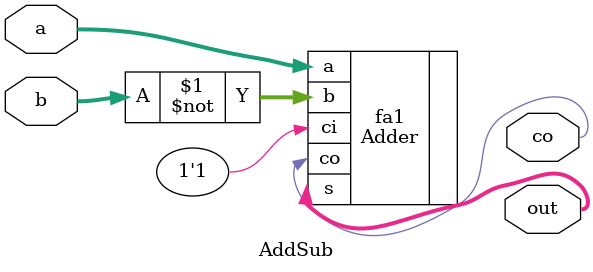
<source format=v>
module AddSub (
    input                   [ 31 : 0]        a, b,
    output                  [ 31 : 0]        out,
    output                  [ 0  : 0]        co
);

Adder fa1(
    .a(a),
    .b(~b),
    .ci(1'B1),
    .s(out),
    .co(co)
);

endmodule
</source>
